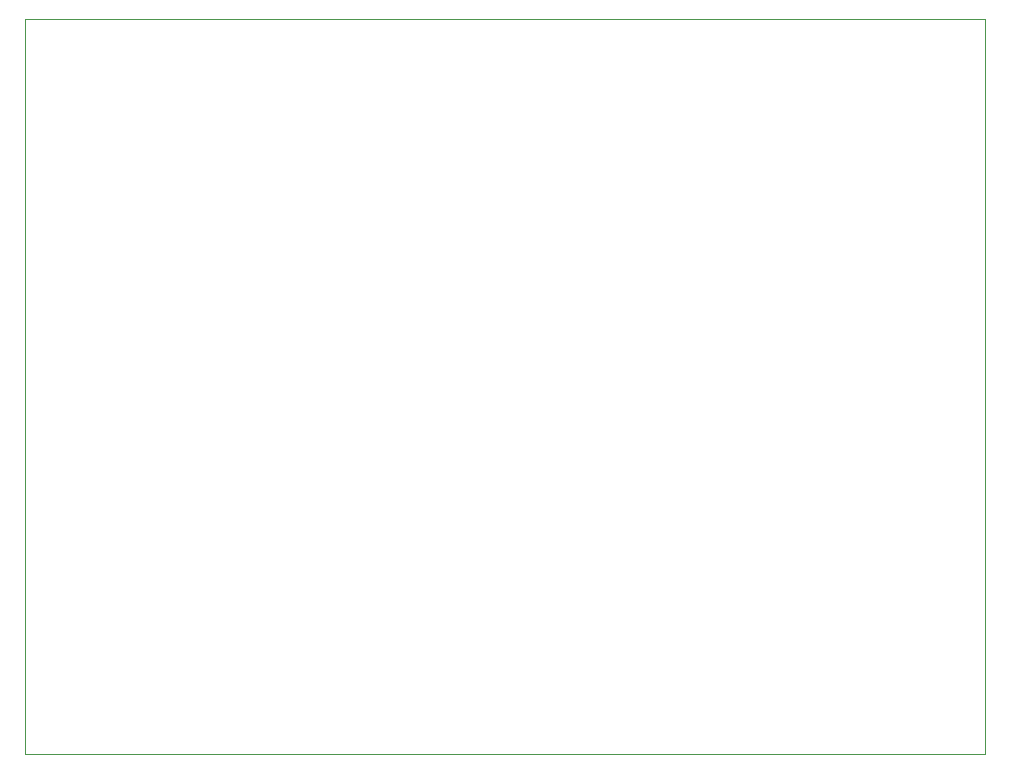
<source format=gbr>
%TF.GenerationSoftware,KiCad,Pcbnew,(6.0.0)*%
%TF.CreationDate,2022-04-21T14:56:22-04:00*%
%TF.ProjectId,DIY,4449592e-6b69-4636-9164-5f7063625858,rev?*%
%TF.SameCoordinates,Original*%
%TF.FileFunction,Profile,NP*%
%FSLAX46Y46*%
G04 Gerber Fmt 4.6, Leading zero omitted, Abs format (unit mm)*
G04 Created by KiCad (PCBNEW (6.0.0)) date 2022-04-21 14:56:22*
%MOMM*%
%LPD*%
G01*
G04 APERTURE LIST*
%TA.AperFunction,Profile*%
%ADD10C,0.100000*%
%TD*%
G04 APERTURE END LIST*
D10*
X148590000Y-83820000D02*
X67310000Y-83820000D01*
X148590000Y-146050000D02*
X148590000Y-83820000D01*
X67310000Y-146050000D02*
X148590000Y-146050000D01*
X67310000Y-83820000D02*
X67310000Y-146050000D01*
M02*

</source>
